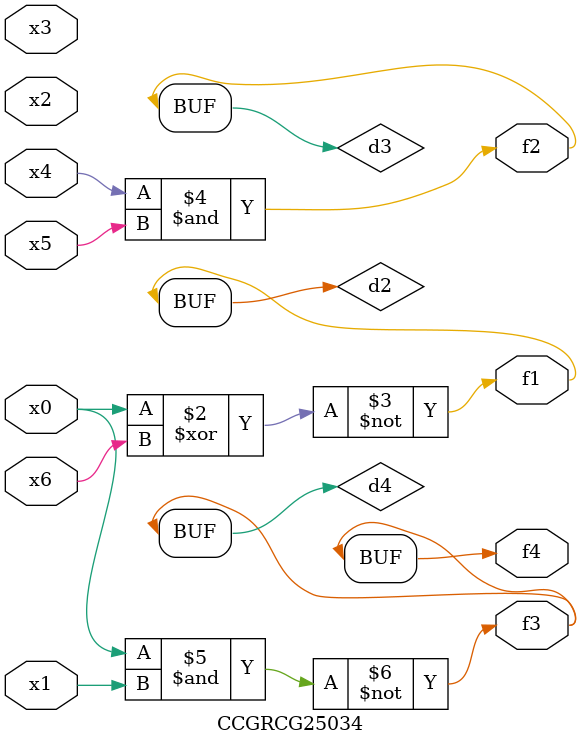
<source format=v>
module CCGRCG25034(
	input x0, x1, x2, x3, x4, x5, x6,
	output f1, f2, f3, f4
);

	wire d1, d2, d3, d4;

	nor (d1, x0);
	xnor (d2, x0, x6);
	and (d3, x4, x5);
	nand (d4, x0, x1);
	assign f1 = d2;
	assign f2 = d3;
	assign f3 = d4;
	assign f4 = d4;
endmodule

</source>
